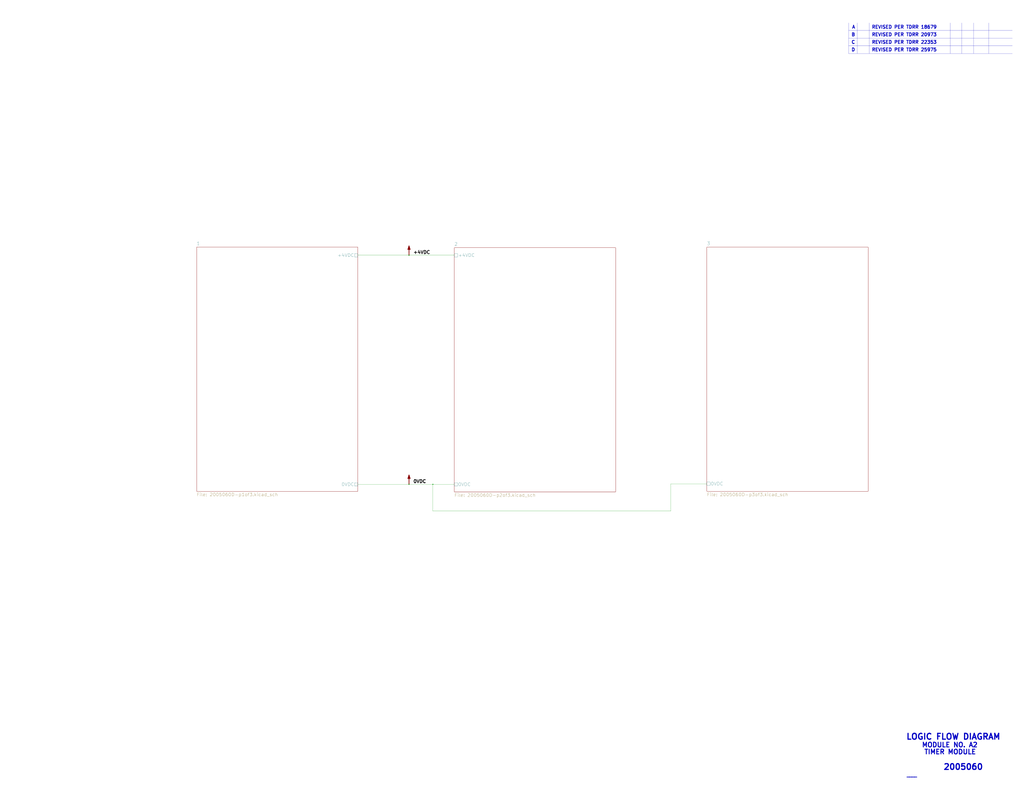
<source format=kicad_sch>
(kicad_sch (version 20211123) (generator eeschema)
  (paper "E")
  (lib_symbols
    (symbol "AGC_DSKY:PWR_FLAG" (power) (pin_numbers hide) (pin_names (offset 0) hide)
      (symbol "PWR_FLAG_0_0"
        (pin power_out line (at 0 0 90) (length 0) (name "pwr") (number "1"))
      )
      (symbol "PWR_FLAG_0_1"
        (polyline (pts (xy 0 0) (xy 0 10.16)) (stroke (width 0.762)))
        (polyline (pts (xy 0 10.16) (xy -1.27 6.35) (xy 1.27 6.35) (xy 0 10.16)) (stroke (width 0.762)) (fill (type outline)))
      )
    )
  )
  (junction (at 446.405 528.955))
  (junction (at 446.405 278.765))
  (junction (at 472.44 528.955))
  (polyline (pts (xy 1037.1074 24.9936) (xy 1037.1074 58.42)) (stroke (width 0.1524) (type solid)))
  (polyline (pts (xy 1062.5074 24.9936) (xy 1062.5074 58.42)) (stroke (width 0.1524) (type solid)))
  (polyline (pts (xy 1049.8074 24.9936) (xy 1049.8074 58.3946)) (stroke (width 0.1524) (type solid)))
  (polyline (pts (xy 1078.992 24.9936) (xy 1078.992 58.42)) (stroke (width 0.1524) (type solid)))
  (wire (pts (xy 732.155 558.165) (xy 732.155 528.32)))
  (polyline (pts (xy 948.69 24.9936) (xy 948.69 58.42)) (stroke (width 0.1524) (type solid)))
  (wire (pts (xy 446.405 528.955) (xy 472.44 528.955)))
  (polyline (pts (xy 926.211 50.038) (xy 1104.9 50.038)) (stroke (width 0.1524) (type solid)))
  (polyline (pts (xy 1049.8328 58.3946) (xy 1049.8328 58.42)) (stroke (width 0.1524) (type solid)))
  (polyline (pts (xy 926.1094 25.019) (xy 926.1094 58.42)) (stroke (width 0.1524) (type solid)))
  (wire (pts (xy 472.44 528.955) (xy 495.935 528.955)))
  (wire (pts (xy 472.44 528.955) (xy 472.44 558.165)))
  (wire (pts (xy 732.155 528.32) (xy 771.525 528.32)))
  (polyline (pts (xy 926.1094 58.42) (xy 1104.9 58.42)) (stroke (width 0.1524) (type solid)))
  (wire (pts (xy 472.44 558.165) (xy 732.155 558.165)))
  (wire (pts (xy 390.525 528.955) (xy 446.405 528.955)))
  (polyline (pts (xy 1104.9 33.274) (xy 926.211 33.274)) (stroke (width 0.1524) (type solid)))
  (polyline (pts (xy 926.211 41.656) (xy 1104.9 41.656)) (stroke (width 0.1524) (type solid)))
  (wire (pts (xy 446.405 278.765) (xy 495.935 278.765)))
  (wire (pts (xy 390.525 278.765) (xy 446.405 278.765)))
  (polyline (pts (xy 935.7106 24.9936) (xy 935.7106 58.42)) (stroke (width 0.1524) (type solid)))
  (text "MODULE NO. A2" (at 1005.84 816.61 0) (effects (font (size 5.08 5.08) (thickness 1.016) bold) (justify left bottom)))
  (text "D" (at 929.005 56.515 0) (effects (font (size 3.556 3.556) (thickness 0.7112) bold) (justify left bottom)))
  (text "REVISED PER TDRR 22353" (at 951.23 48.26 0) (effects (font (size 3.556 3.556) (thickness 0.7112) bold) (justify left bottom)))
  (text "REVISED PER TDRR 20973" (at 951.23 40.005 0) (effects (font (size 3.556 3.556) (thickness 0.7112) bold) (justify left bottom)))
  (text "TIMER MODULE" (at 1008.38 824.23 0) (effects (font (size 5.08 5.08) (thickness 1.016) bold) (justify left bottom)))
  (text "____" (at 989.33 848.995 0) (effects (font (size 3.556 3.556) (thickness 0.7112) bold) (justify left bottom)))
  (text "A" (at 929.64 31.75 0) (effects (font (size 3.556 3.556) (thickness 0.7112) bold) (justify left bottom)))
  (text "LOGIC FLOW DIAGRAM" (at 988.695 808.355 0) (effects (font (size 6.35 6.35) (thickness 1.27) bold) (justify left bottom)))
  (text "REVISED PER TDRR 25975" (at 951.23 56.515 0) (effects (font (size 3.556 3.556) (thickness 0.7112) bold) (justify left bottom)))
  (text "2005060" (at 1029.335 841.375 0) (effects (font (size 6.35 6.35) (thickness 1.27) bold) (justify left bottom)))
  (text "B" (at 929.005 40.005 0) (effects (font (size 3.556 3.556) (thickness 0.7112) bold) (justify left bottom)))
  (text "REVISED PER TDRR 18679" (at 951.23 31.75 0) (effects (font (size 3.556 3.556) (thickness 0.7112) bold) (justify left bottom)))
  (text "C" (at 929.005 48.26 0) (effects (font (size 3.556 3.556) (thickness 0.7112) bold) (justify left bottom)))
  (label "0VDC" (at 450.85 528.955 0) (effects (font (size 3.556 3.556) (thickness 0.7112) bold)))
  (label "+4VDC" (at 450.85 278.765 0) (effects (font (size 3.556 3.556) (thickness 0.7112) bold)))
  (symbol (lib_id "AGC_DSKY:PWR_FLAG") (at 446.405 278.765 0) (unit 1)
    (property "Reference" "#FLG0101" (effects hide))
    (property "Value" "PWR_FLAG" (effects hide))
  )
  (symbol (lib_id "AGC_DSKY:PWR_FLAG") (at 446.405 528.955 0) (unit 1)
    (property "Reference" "#FLG0102" (effects hide))
    (property "Value" "PWR_FLAG" (effects hide))
  )
  (sheet (at 214.63 269.875) (size 175.895 266.7)
    (property "Sheet name" "1" (at 214.63 268.0204 0) (effects (font (size 3.556 3.556)) (justify left bottom)))
    (property "Sheet file" "2005060D-p1of3.kicad_sch" (at 214.63 538.074 0) (effects (font (size 3.556 3.556)) (justify left top)))
    (pin "0VDC" passive (at 390.525 528.955 0) (effects (font (size 3.556 3.556))))
    (pin "+4VDC" passive (at 390.525 278.765 0) (effects (font (size 3.556 3.556))))
  )
  (sheet (at 495.935 270.51) (size 175.895 266.7)
    (property "Sheet name" "2" (at 495.935 268.6554 0) (effects (font (size 3.556 3.556)) (justify left bottom)))
    (property "Sheet file" "2005060D-p2of3.kicad_sch" (at 495.935 538.709 0) (effects (font (size 3.556 3.556)) (justify left top)))
    (pin "0VDC" passive (at 495.935 528.955 180) (effects (font (size 3.556 3.556))))
    (pin "+4VDC" passive (at 495.935 278.765 180) (effects (font (size 3.556 3.556))))
  )
  (sheet (at 771.525 269.875) (size 175.895 266.7)
    (property "Sheet name" "3" (at 771.525 268.0204 0) (effects (font (size 3.556 3.556)) (justify left bottom)))
    (property "Sheet file" "2005060D-p3of3.kicad_sch" (at 771.525 538.074 0) (effects (font (size 3.556 3.556)) (justify left top)))
    (pin "0VDC" passive (at 771.525 528.32 180) (effects (font (size 3.556 3.556))))
  )
)
</source>
